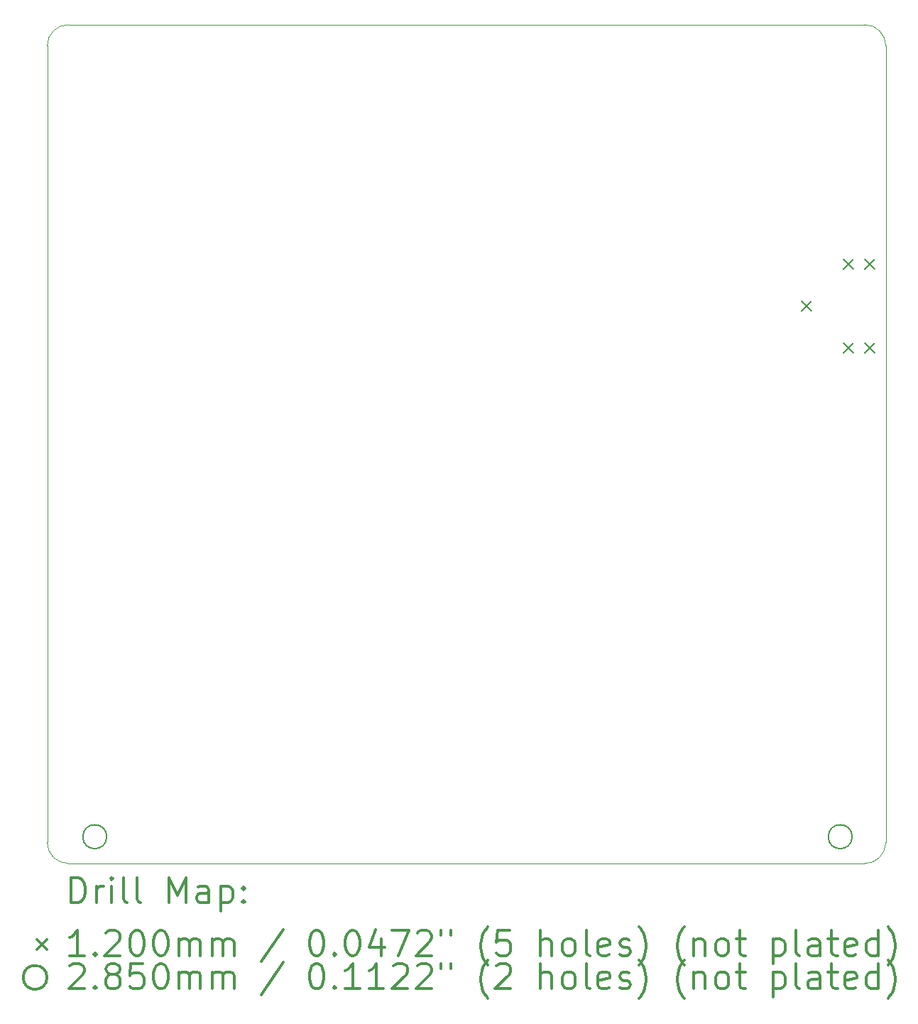
<source format=gbr>
%FSLAX45Y45*%
G04 Gerber Fmt 4.5, Leading zero omitted, Abs format (unit mm)*
G04 Created by KiCad (PCBNEW (5.1.10)-1) date 2021-07-30 10:25:09*
%MOMM*%
%LPD*%
G01*
G04 APERTURE LIST*
%TA.AperFunction,Profile*%
%ADD10C,0.050000*%
%TD*%
%ADD11C,0.200000*%
%ADD12C,0.300000*%
G04 APERTURE END LIST*
D10*
X20000000Y-9000000D02*
X20000000Y-8500000D01*
X20000000Y-8500000D02*
X20000000Y-5250000D01*
X20000000Y-14750000D02*
X20000000Y-9000000D01*
X19750000Y-5000000D02*
G75*
G02*
X20000000Y-5250000I0J-250000D01*
G01*
X10000000Y-5250000D02*
G75*
G02*
X10250000Y-5000000I250000J0D01*
G01*
X10250000Y-15000000D02*
G75*
G02*
X10000000Y-14750000I0J250000D01*
G01*
X20000000Y-14750000D02*
G75*
G02*
X19750000Y-15000000I-250000J0D01*
G01*
X10250000Y-5000000D02*
X19750000Y-5000000D01*
X10000000Y-14750000D02*
X10000000Y-5250000D01*
X19750000Y-15000000D02*
X10250000Y-15000000D01*
D11*
X18996400Y-8296600D02*
X19116400Y-8416600D01*
X19116400Y-8296600D02*
X18996400Y-8416600D01*
X19496400Y-7796600D02*
X19616400Y-7916600D01*
X19616400Y-7796600D02*
X19496400Y-7916600D01*
X19496400Y-8796600D02*
X19616400Y-8916600D01*
X19616400Y-8796600D02*
X19496400Y-8916600D01*
X19746400Y-7796600D02*
X19866400Y-7916600D01*
X19866400Y-7796600D02*
X19746400Y-7916600D01*
X19746400Y-8796600D02*
X19866400Y-8916600D01*
X19866400Y-8796600D02*
X19746400Y-8916600D01*
X10708900Y-14681200D02*
G75*
G03*
X10708900Y-14681200I-142500J0D01*
G01*
X19598900Y-14681200D02*
G75*
G03*
X19598900Y-14681200I-142500J0D01*
G01*
D12*
X10283928Y-15468214D02*
X10283928Y-15168214D01*
X10355357Y-15168214D01*
X10398214Y-15182500D01*
X10426786Y-15211071D01*
X10441071Y-15239643D01*
X10455357Y-15296786D01*
X10455357Y-15339643D01*
X10441071Y-15396786D01*
X10426786Y-15425357D01*
X10398214Y-15453929D01*
X10355357Y-15468214D01*
X10283928Y-15468214D01*
X10583928Y-15468214D02*
X10583928Y-15268214D01*
X10583928Y-15325357D02*
X10598214Y-15296786D01*
X10612500Y-15282500D01*
X10641071Y-15268214D01*
X10669643Y-15268214D01*
X10769643Y-15468214D02*
X10769643Y-15268214D01*
X10769643Y-15168214D02*
X10755357Y-15182500D01*
X10769643Y-15196786D01*
X10783928Y-15182500D01*
X10769643Y-15168214D01*
X10769643Y-15196786D01*
X10955357Y-15468214D02*
X10926786Y-15453929D01*
X10912500Y-15425357D01*
X10912500Y-15168214D01*
X11112500Y-15468214D02*
X11083928Y-15453929D01*
X11069643Y-15425357D01*
X11069643Y-15168214D01*
X11455357Y-15468214D02*
X11455357Y-15168214D01*
X11555357Y-15382500D01*
X11655357Y-15168214D01*
X11655357Y-15468214D01*
X11926786Y-15468214D02*
X11926786Y-15311071D01*
X11912500Y-15282500D01*
X11883928Y-15268214D01*
X11826786Y-15268214D01*
X11798214Y-15282500D01*
X11926786Y-15453929D02*
X11898214Y-15468214D01*
X11826786Y-15468214D01*
X11798214Y-15453929D01*
X11783928Y-15425357D01*
X11783928Y-15396786D01*
X11798214Y-15368214D01*
X11826786Y-15353929D01*
X11898214Y-15353929D01*
X11926786Y-15339643D01*
X12069643Y-15268214D02*
X12069643Y-15568214D01*
X12069643Y-15282500D02*
X12098214Y-15268214D01*
X12155357Y-15268214D01*
X12183928Y-15282500D01*
X12198214Y-15296786D01*
X12212500Y-15325357D01*
X12212500Y-15411071D01*
X12198214Y-15439643D01*
X12183928Y-15453929D01*
X12155357Y-15468214D01*
X12098214Y-15468214D01*
X12069643Y-15453929D01*
X12341071Y-15439643D02*
X12355357Y-15453929D01*
X12341071Y-15468214D01*
X12326786Y-15453929D01*
X12341071Y-15439643D01*
X12341071Y-15468214D01*
X12341071Y-15282500D02*
X12355357Y-15296786D01*
X12341071Y-15311071D01*
X12326786Y-15296786D01*
X12341071Y-15282500D01*
X12341071Y-15311071D01*
X9877500Y-15902500D02*
X9997500Y-16022500D01*
X9997500Y-15902500D02*
X9877500Y-16022500D01*
X10441071Y-16098214D02*
X10269643Y-16098214D01*
X10355357Y-16098214D02*
X10355357Y-15798214D01*
X10326786Y-15841071D01*
X10298214Y-15869643D01*
X10269643Y-15883929D01*
X10569643Y-16069643D02*
X10583928Y-16083929D01*
X10569643Y-16098214D01*
X10555357Y-16083929D01*
X10569643Y-16069643D01*
X10569643Y-16098214D01*
X10698214Y-15826786D02*
X10712500Y-15812500D01*
X10741071Y-15798214D01*
X10812500Y-15798214D01*
X10841071Y-15812500D01*
X10855357Y-15826786D01*
X10869643Y-15855357D01*
X10869643Y-15883929D01*
X10855357Y-15926786D01*
X10683928Y-16098214D01*
X10869643Y-16098214D01*
X11055357Y-15798214D02*
X11083928Y-15798214D01*
X11112500Y-15812500D01*
X11126786Y-15826786D01*
X11141071Y-15855357D01*
X11155357Y-15912500D01*
X11155357Y-15983929D01*
X11141071Y-16041071D01*
X11126786Y-16069643D01*
X11112500Y-16083929D01*
X11083928Y-16098214D01*
X11055357Y-16098214D01*
X11026786Y-16083929D01*
X11012500Y-16069643D01*
X10998214Y-16041071D01*
X10983928Y-15983929D01*
X10983928Y-15912500D01*
X10998214Y-15855357D01*
X11012500Y-15826786D01*
X11026786Y-15812500D01*
X11055357Y-15798214D01*
X11341071Y-15798214D02*
X11369643Y-15798214D01*
X11398214Y-15812500D01*
X11412500Y-15826786D01*
X11426786Y-15855357D01*
X11441071Y-15912500D01*
X11441071Y-15983929D01*
X11426786Y-16041071D01*
X11412500Y-16069643D01*
X11398214Y-16083929D01*
X11369643Y-16098214D01*
X11341071Y-16098214D01*
X11312500Y-16083929D01*
X11298214Y-16069643D01*
X11283928Y-16041071D01*
X11269643Y-15983929D01*
X11269643Y-15912500D01*
X11283928Y-15855357D01*
X11298214Y-15826786D01*
X11312500Y-15812500D01*
X11341071Y-15798214D01*
X11569643Y-16098214D02*
X11569643Y-15898214D01*
X11569643Y-15926786D02*
X11583928Y-15912500D01*
X11612500Y-15898214D01*
X11655357Y-15898214D01*
X11683928Y-15912500D01*
X11698214Y-15941071D01*
X11698214Y-16098214D01*
X11698214Y-15941071D02*
X11712500Y-15912500D01*
X11741071Y-15898214D01*
X11783928Y-15898214D01*
X11812500Y-15912500D01*
X11826786Y-15941071D01*
X11826786Y-16098214D01*
X11969643Y-16098214D02*
X11969643Y-15898214D01*
X11969643Y-15926786D02*
X11983928Y-15912500D01*
X12012500Y-15898214D01*
X12055357Y-15898214D01*
X12083928Y-15912500D01*
X12098214Y-15941071D01*
X12098214Y-16098214D01*
X12098214Y-15941071D02*
X12112500Y-15912500D01*
X12141071Y-15898214D01*
X12183928Y-15898214D01*
X12212500Y-15912500D01*
X12226786Y-15941071D01*
X12226786Y-16098214D01*
X12812500Y-15783929D02*
X12555357Y-16169643D01*
X13198214Y-15798214D02*
X13226786Y-15798214D01*
X13255357Y-15812500D01*
X13269643Y-15826786D01*
X13283928Y-15855357D01*
X13298214Y-15912500D01*
X13298214Y-15983929D01*
X13283928Y-16041071D01*
X13269643Y-16069643D01*
X13255357Y-16083929D01*
X13226786Y-16098214D01*
X13198214Y-16098214D01*
X13169643Y-16083929D01*
X13155357Y-16069643D01*
X13141071Y-16041071D01*
X13126786Y-15983929D01*
X13126786Y-15912500D01*
X13141071Y-15855357D01*
X13155357Y-15826786D01*
X13169643Y-15812500D01*
X13198214Y-15798214D01*
X13426786Y-16069643D02*
X13441071Y-16083929D01*
X13426786Y-16098214D01*
X13412500Y-16083929D01*
X13426786Y-16069643D01*
X13426786Y-16098214D01*
X13626786Y-15798214D02*
X13655357Y-15798214D01*
X13683928Y-15812500D01*
X13698214Y-15826786D01*
X13712500Y-15855357D01*
X13726786Y-15912500D01*
X13726786Y-15983929D01*
X13712500Y-16041071D01*
X13698214Y-16069643D01*
X13683928Y-16083929D01*
X13655357Y-16098214D01*
X13626786Y-16098214D01*
X13598214Y-16083929D01*
X13583928Y-16069643D01*
X13569643Y-16041071D01*
X13555357Y-15983929D01*
X13555357Y-15912500D01*
X13569643Y-15855357D01*
X13583928Y-15826786D01*
X13598214Y-15812500D01*
X13626786Y-15798214D01*
X13983928Y-15898214D02*
X13983928Y-16098214D01*
X13912500Y-15783929D02*
X13841071Y-15998214D01*
X14026786Y-15998214D01*
X14112500Y-15798214D02*
X14312500Y-15798214D01*
X14183928Y-16098214D01*
X14412500Y-15826786D02*
X14426786Y-15812500D01*
X14455357Y-15798214D01*
X14526786Y-15798214D01*
X14555357Y-15812500D01*
X14569643Y-15826786D01*
X14583928Y-15855357D01*
X14583928Y-15883929D01*
X14569643Y-15926786D01*
X14398214Y-16098214D01*
X14583928Y-16098214D01*
X14698214Y-15798214D02*
X14698214Y-15855357D01*
X14812500Y-15798214D02*
X14812500Y-15855357D01*
X15255357Y-16212500D02*
X15241071Y-16198214D01*
X15212500Y-16155357D01*
X15198214Y-16126786D01*
X15183928Y-16083929D01*
X15169643Y-16012500D01*
X15169643Y-15955357D01*
X15183928Y-15883929D01*
X15198214Y-15841071D01*
X15212500Y-15812500D01*
X15241071Y-15769643D01*
X15255357Y-15755357D01*
X15512500Y-15798214D02*
X15369643Y-15798214D01*
X15355357Y-15941071D01*
X15369643Y-15926786D01*
X15398214Y-15912500D01*
X15469643Y-15912500D01*
X15498214Y-15926786D01*
X15512500Y-15941071D01*
X15526786Y-15969643D01*
X15526786Y-16041071D01*
X15512500Y-16069643D01*
X15498214Y-16083929D01*
X15469643Y-16098214D01*
X15398214Y-16098214D01*
X15369643Y-16083929D01*
X15355357Y-16069643D01*
X15883928Y-16098214D02*
X15883928Y-15798214D01*
X16012500Y-16098214D02*
X16012500Y-15941071D01*
X15998214Y-15912500D01*
X15969643Y-15898214D01*
X15926786Y-15898214D01*
X15898214Y-15912500D01*
X15883928Y-15926786D01*
X16198214Y-16098214D02*
X16169643Y-16083929D01*
X16155357Y-16069643D01*
X16141071Y-16041071D01*
X16141071Y-15955357D01*
X16155357Y-15926786D01*
X16169643Y-15912500D01*
X16198214Y-15898214D01*
X16241071Y-15898214D01*
X16269643Y-15912500D01*
X16283928Y-15926786D01*
X16298214Y-15955357D01*
X16298214Y-16041071D01*
X16283928Y-16069643D01*
X16269643Y-16083929D01*
X16241071Y-16098214D01*
X16198214Y-16098214D01*
X16469643Y-16098214D02*
X16441071Y-16083929D01*
X16426786Y-16055357D01*
X16426786Y-15798214D01*
X16698214Y-16083929D02*
X16669643Y-16098214D01*
X16612500Y-16098214D01*
X16583928Y-16083929D01*
X16569643Y-16055357D01*
X16569643Y-15941071D01*
X16583928Y-15912500D01*
X16612500Y-15898214D01*
X16669643Y-15898214D01*
X16698214Y-15912500D01*
X16712500Y-15941071D01*
X16712500Y-15969643D01*
X16569643Y-15998214D01*
X16826786Y-16083929D02*
X16855357Y-16098214D01*
X16912500Y-16098214D01*
X16941071Y-16083929D01*
X16955357Y-16055357D01*
X16955357Y-16041071D01*
X16941071Y-16012500D01*
X16912500Y-15998214D01*
X16869643Y-15998214D01*
X16841071Y-15983929D01*
X16826786Y-15955357D01*
X16826786Y-15941071D01*
X16841071Y-15912500D01*
X16869643Y-15898214D01*
X16912500Y-15898214D01*
X16941071Y-15912500D01*
X17055357Y-16212500D02*
X17069643Y-16198214D01*
X17098214Y-16155357D01*
X17112500Y-16126786D01*
X17126786Y-16083929D01*
X17141071Y-16012500D01*
X17141071Y-15955357D01*
X17126786Y-15883929D01*
X17112500Y-15841071D01*
X17098214Y-15812500D01*
X17069643Y-15769643D01*
X17055357Y-15755357D01*
X17598214Y-16212500D02*
X17583928Y-16198214D01*
X17555357Y-16155357D01*
X17541071Y-16126786D01*
X17526786Y-16083929D01*
X17512500Y-16012500D01*
X17512500Y-15955357D01*
X17526786Y-15883929D01*
X17541071Y-15841071D01*
X17555357Y-15812500D01*
X17583928Y-15769643D01*
X17598214Y-15755357D01*
X17712500Y-15898214D02*
X17712500Y-16098214D01*
X17712500Y-15926786D02*
X17726786Y-15912500D01*
X17755357Y-15898214D01*
X17798214Y-15898214D01*
X17826786Y-15912500D01*
X17841071Y-15941071D01*
X17841071Y-16098214D01*
X18026786Y-16098214D02*
X17998214Y-16083929D01*
X17983928Y-16069643D01*
X17969643Y-16041071D01*
X17969643Y-15955357D01*
X17983928Y-15926786D01*
X17998214Y-15912500D01*
X18026786Y-15898214D01*
X18069643Y-15898214D01*
X18098214Y-15912500D01*
X18112500Y-15926786D01*
X18126786Y-15955357D01*
X18126786Y-16041071D01*
X18112500Y-16069643D01*
X18098214Y-16083929D01*
X18069643Y-16098214D01*
X18026786Y-16098214D01*
X18212500Y-15898214D02*
X18326786Y-15898214D01*
X18255357Y-15798214D02*
X18255357Y-16055357D01*
X18269643Y-16083929D01*
X18298214Y-16098214D01*
X18326786Y-16098214D01*
X18655357Y-15898214D02*
X18655357Y-16198214D01*
X18655357Y-15912500D02*
X18683928Y-15898214D01*
X18741071Y-15898214D01*
X18769643Y-15912500D01*
X18783928Y-15926786D01*
X18798214Y-15955357D01*
X18798214Y-16041071D01*
X18783928Y-16069643D01*
X18769643Y-16083929D01*
X18741071Y-16098214D01*
X18683928Y-16098214D01*
X18655357Y-16083929D01*
X18969643Y-16098214D02*
X18941071Y-16083929D01*
X18926786Y-16055357D01*
X18926786Y-15798214D01*
X19212500Y-16098214D02*
X19212500Y-15941071D01*
X19198214Y-15912500D01*
X19169643Y-15898214D01*
X19112500Y-15898214D01*
X19083928Y-15912500D01*
X19212500Y-16083929D02*
X19183928Y-16098214D01*
X19112500Y-16098214D01*
X19083928Y-16083929D01*
X19069643Y-16055357D01*
X19069643Y-16026786D01*
X19083928Y-15998214D01*
X19112500Y-15983929D01*
X19183928Y-15983929D01*
X19212500Y-15969643D01*
X19312500Y-15898214D02*
X19426786Y-15898214D01*
X19355357Y-15798214D02*
X19355357Y-16055357D01*
X19369643Y-16083929D01*
X19398214Y-16098214D01*
X19426786Y-16098214D01*
X19641071Y-16083929D02*
X19612500Y-16098214D01*
X19555357Y-16098214D01*
X19526786Y-16083929D01*
X19512500Y-16055357D01*
X19512500Y-15941071D01*
X19526786Y-15912500D01*
X19555357Y-15898214D01*
X19612500Y-15898214D01*
X19641071Y-15912500D01*
X19655357Y-15941071D01*
X19655357Y-15969643D01*
X19512500Y-15998214D01*
X19912500Y-16098214D02*
X19912500Y-15798214D01*
X19912500Y-16083929D02*
X19883928Y-16098214D01*
X19826786Y-16098214D01*
X19798214Y-16083929D01*
X19783928Y-16069643D01*
X19769643Y-16041071D01*
X19769643Y-15955357D01*
X19783928Y-15926786D01*
X19798214Y-15912500D01*
X19826786Y-15898214D01*
X19883928Y-15898214D01*
X19912500Y-15912500D01*
X20026786Y-16212500D02*
X20041071Y-16198214D01*
X20069643Y-16155357D01*
X20083928Y-16126786D01*
X20098214Y-16083929D01*
X20112500Y-16012500D01*
X20112500Y-15955357D01*
X20098214Y-15883929D01*
X20083928Y-15841071D01*
X20069643Y-15812500D01*
X20041071Y-15769643D01*
X20026786Y-15755357D01*
X9997500Y-16358500D02*
G75*
G03*
X9997500Y-16358500I-142500J0D01*
G01*
X10269643Y-16222786D02*
X10283928Y-16208500D01*
X10312500Y-16194214D01*
X10383928Y-16194214D01*
X10412500Y-16208500D01*
X10426786Y-16222786D01*
X10441071Y-16251357D01*
X10441071Y-16279929D01*
X10426786Y-16322786D01*
X10255357Y-16494214D01*
X10441071Y-16494214D01*
X10569643Y-16465643D02*
X10583928Y-16479929D01*
X10569643Y-16494214D01*
X10555357Y-16479929D01*
X10569643Y-16465643D01*
X10569643Y-16494214D01*
X10755357Y-16322786D02*
X10726786Y-16308500D01*
X10712500Y-16294214D01*
X10698214Y-16265643D01*
X10698214Y-16251357D01*
X10712500Y-16222786D01*
X10726786Y-16208500D01*
X10755357Y-16194214D01*
X10812500Y-16194214D01*
X10841071Y-16208500D01*
X10855357Y-16222786D01*
X10869643Y-16251357D01*
X10869643Y-16265643D01*
X10855357Y-16294214D01*
X10841071Y-16308500D01*
X10812500Y-16322786D01*
X10755357Y-16322786D01*
X10726786Y-16337071D01*
X10712500Y-16351357D01*
X10698214Y-16379929D01*
X10698214Y-16437071D01*
X10712500Y-16465643D01*
X10726786Y-16479929D01*
X10755357Y-16494214D01*
X10812500Y-16494214D01*
X10841071Y-16479929D01*
X10855357Y-16465643D01*
X10869643Y-16437071D01*
X10869643Y-16379929D01*
X10855357Y-16351357D01*
X10841071Y-16337071D01*
X10812500Y-16322786D01*
X11141071Y-16194214D02*
X10998214Y-16194214D01*
X10983928Y-16337071D01*
X10998214Y-16322786D01*
X11026786Y-16308500D01*
X11098214Y-16308500D01*
X11126786Y-16322786D01*
X11141071Y-16337071D01*
X11155357Y-16365643D01*
X11155357Y-16437071D01*
X11141071Y-16465643D01*
X11126786Y-16479929D01*
X11098214Y-16494214D01*
X11026786Y-16494214D01*
X10998214Y-16479929D01*
X10983928Y-16465643D01*
X11341071Y-16194214D02*
X11369643Y-16194214D01*
X11398214Y-16208500D01*
X11412500Y-16222786D01*
X11426786Y-16251357D01*
X11441071Y-16308500D01*
X11441071Y-16379929D01*
X11426786Y-16437071D01*
X11412500Y-16465643D01*
X11398214Y-16479929D01*
X11369643Y-16494214D01*
X11341071Y-16494214D01*
X11312500Y-16479929D01*
X11298214Y-16465643D01*
X11283928Y-16437071D01*
X11269643Y-16379929D01*
X11269643Y-16308500D01*
X11283928Y-16251357D01*
X11298214Y-16222786D01*
X11312500Y-16208500D01*
X11341071Y-16194214D01*
X11569643Y-16494214D02*
X11569643Y-16294214D01*
X11569643Y-16322786D02*
X11583928Y-16308500D01*
X11612500Y-16294214D01*
X11655357Y-16294214D01*
X11683928Y-16308500D01*
X11698214Y-16337071D01*
X11698214Y-16494214D01*
X11698214Y-16337071D02*
X11712500Y-16308500D01*
X11741071Y-16294214D01*
X11783928Y-16294214D01*
X11812500Y-16308500D01*
X11826786Y-16337071D01*
X11826786Y-16494214D01*
X11969643Y-16494214D02*
X11969643Y-16294214D01*
X11969643Y-16322786D02*
X11983928Y-16308500D01*
X12012500Y-16294214D01*
X12055357Y-16294214D01*
X12083928Y-16308500D01*
X12098214Y-16337071D01*
X12098214Y-16494214D01*
X12098214Y-16337071D02*
X12112500Y-16308500D01*
X12141071Y-16294214D01*
X12183928Y-16294214D01*
X12212500Y-16308500D01*
X12226786Y-16337071D01*
X12226786Y-16494214D01*
X12812500Y-16179929D02*
X12555357Y-16565643D01*
X13198214Y-16194214D02*
X13226786Y-16194214D01*
X13255357Y-16208500D01*
X13269643Y-16222786D01*
X13283928Y-16251357D01*
X13298214Y-16308500D01*
X13298214Y-16379929D01*
X13283928Y-16437071D01*
X13269643Y-16465643D01*
X13255357Y-16479929D01*
X13226786Y-16494214D01*
X13198214Y-16494214D01*
X13169643Y-16479929D01*
X13155357Y-16465643D01*
X13141071Y-16437071D01*
X13126786Y-16379929D01*
X13126786Y-16308500D01*
X13141071Y-16251357D01*
X13155357Y-16222786D01*
X13169643Y-16208500D01*
X13198214Y-16194214D01*
X13426786Y-16465643D02*
X13441071Y-16479929D01*
X13426786Y-16494214D01*
X13412500Y-16479929D01*
X13426786Y-16465643D01*
X13426786Y-16494214D01*
X13726786Y-16494214D02*
X13555357Y-16494214D01*
X13641071Y-16494214D02*
X13641071Y-16194214D01*
X13612500Y-16237071D01*
X13583928Y-16265643D01*
X13555357Y-16279929D01*
X14012500Y-16494214D02*
X13841071Y-16494214D01*
X13926786Y-16494214D02*
X13926786Y-16194214D01*
X13898214Y-16237071D01*
X13869643Y-16265643D01*
X13841071Y-16279929D01*
X14126786Y-16222786D02*
X14141071Y-16208500D01*
X14169643Y-16194214D01*
X14241071Y-16194214D01*
X14269643Y-16208500D01*
X14283928Y-16222786D01*
X14298214Y-16251357D01*
X14298214Y-16279929D01*
X14283928Y-16322786D01*
X14112500Y-16494214D01*
X14298214Y-16494214D01*
X14412500Y-16222786D02*
X14426786Y-16208500D01*
X14455357Y-16194214D01*
X14526786Y-16194214D01*
X14555357Y-16208500D01*
X14569643Y-16222786D01*
X14583928Y-16251357D01*
X14583928Y-16279929D01*
X14569643Y-16322786D01*
X14398214Y-16494214D01*
X14583928Y-16494214D01*
X14698214Y-16194214D02*
X14698214Y-16251357D01*
X14812500Y-16194214D02*
X14812500Y-16251357D01*
X15255357Y-16608500D02*
X15241071Y-16594214D01*
X15212500Y-16551357D01*
X15198214Y-16522786D01*
X15183928Y-16479929D01*
X15169643Y-16408500D01*
X15169643Y-16351357D01*
X15183928Y-16279929D01*
X15198214Y-16237071D01*
X15212500Y-16208500D01*
X15241071Y-16165643D01*
X15255357Y-16151357D01*
X15355357Y-16222786D02*
X15369643Y-16208500D01*
X15398214Y-16194214D01*
X15469643Y-16194214D01*
X15498214Y-16208500D01*
X15512500Y-16222786D01*
X15526786Y-16251357D01*
X15526786Y-16279929D01*
X15512500Y-16322786D01*
X15341071Y-16494214D01*
X15526786Y-16494214D01*
X15883928Y-16494214D02*
X15883928Y-16194214D01*
X16012500Y-16494214D02*
X16012500Y-16337071D01*
X15998214Y-16308500D01*
X15969643Y-16294214D01*
X15926786Y-16294214D01*
X15898214Y-16308500D01*
X15883928Y-16322786D01*
X16198214Y-16494214D02*
X16169643Y-16479929D01*
X16155357Y-16465643D01*
X16141071Y-16437071D01*
X16141071Y-16351357D01*
X16155357Y-16322786D01*
X16169643Y-16308500D01*
X16198214Y-16294214D01*
X16241071Y-16294214D01*
X16269643Y-16308500D01*
X16283928Y-16322786D01*
X16298214Y-16351357D01*
X16298214Y-16437071D01*
X16283928Y-16465643D01*
X16269643Y-16479929D01*
X16241071Y-16494214D01*
X16198214Y-16494214D01*
X16469643Y-16494214D02*
X16441071Y-16479929D01*
X16426786Y-16451357D01*
X16426786Y-16194214D01*
X16698214Y-16479929D02*
X16669643Y-16494214D01*
X16612500Y-16494214D01*
X16583928Y-16479929D01*
X16569643Y-16451357D01*
X16569643Y-16337071D01*
X16583928Y-16308500D01*
X16612500Y-16294214D01*
X16669643Y-16294214D01*
X16698214Y-16308500D01*
X16712500Y-16337071D01*
X16712500Y-16365643D01*
X16569643Y-16394214D01*
X16826786Y-16479929D02*
X16855357Y-16494214D01*
X16912500Y-16494214D01*
X16941071Y-16479929D01*
X16955357Y-16451357D01*
X16955357Y-16437071D01*
X16941071Y-16408500D01*
X16912500Y-16394214D01*
X16869643Y-16394214D01*
X16841071Y-16379929D01*
X16826786Y-16351357D01*
X16826786Y-16337071D01*
X16841071Y-16308500D01*
X16869643Y-16294214D01*
X16912500Y-16294214D01*
X16941071Y-16308500D01*
X17055357Y-16608500D02*
X17069643Y-16594214D01*
X17098214Y-16551357D01*
X17112500Y-16522786D01*
X17126786Y-16479929D01*
X17141071Y-16408500D01*
X17141071Y-16351357D01*
X17126786Y-16279929D01*
X17112500Y-16237071D01*
X17098214Y-16208500D01*
X17069643Y-16165643D01*
X17055357Y-16151357D01*
X17598214Y-16608500D02*
X17583928Y-16594214D01*
X17555357Y-16551357D01*
X17541071Y-16522786D01*
X17526786Y-16479929D01*
X17512500Y-16408500D01*
X17512500Y-16351357D01*
X17526786Y-16279929D01*
X17541071Y-16237071D01*
X17555357Y-16208500D01*
X17583928Y-16165643D01*
X17598214Y-16151357D01*
X17712500Y-16294214D02*
X17712500Y-16494214D01*
X17712500Y-16322786D02*
X17726786Y-16308500D01*
X17755357Y-16294214D01*
X17798214Y-16294214D01*
X17826786Y-16308500D01*
X17841071Y-16337071D01*
X17841071Y-16494214D01*
X18026786Y-16494214D02*
X17998214Y-16479929D01*
X17983928Y-16465643D01*
X17969643Y-16437071D01*
X17969643Y-16351357D01*
X17983928Y-16322786D01*
X17998214Y-16308500D01*
X18026786Y-16294214D01*
X18069643Y-16294214D01*
X18098214Y-16308500D01*
X18112500Y-16322786D01*
X18126786Y-16351357D01*
X18126786Y-16437071D01*
X18112500Y-16465643D01*
X18098214Y-16479929D01*
X18069643Y-16494214D01*
X18026786Y-16494214D01*
X18212500Y-16294214D02*
X18326786Y-16294214D01*
X18255357Y-16194214D02*
X18255357Y-16451357D01*
X18269643Y-16479929D01*
X18298214Y-16494214D01*
X18326786Y-16494214D01*
X18655357Y-16294214D02*
X18655357Y-16594214D01*
X18655357Y-16308500D02*
X18683928Y-16294214D01*
X18741071Y-16294214D01*
X18769643Y-16308500D01*
X18783928Y-16322786D01*
X18798214Y-16351357D01*
X18798214Y-16437071D01*
X18783928Y-16465643D01*
X18769643Y-16479929D01*
X18741071Y-16494214D01*
X18683928Y-16494214D01*
X18655357Y-16479929D01*
X18969643Y-16494214D02*
X18941071Y-16479929D01*
X18926786Y-16451357D01*
X18926786Y-16194214D01*
X19212500Y-16494214D02*
X19212500Y-16337071D01*
X19198214Y-16308500D01*
X19169643Y-16294214D01*
X19112500Y-16294214D01*
X19083928Y-16308500D01*
X19212500Y-16479929D02*
X19183928Y-16494214D01*
X19112500Y-16494214D01*
X19083928Y-16479929D01*
X19069643Y-16451357D01*
X19069643Y-16422786D01*
X19083928Y-16394214D01*
X19112500Y-16379929D01*
X19183928Y-16379929D01*
X19212500Y-16365643D01*
X19312500Y-16294214D02*
X19426786Y-16294214D01*
X19355357Y-16194214D02*
X19355357Y-16451357D01*
X19369643Y-16479929D01*
X19398214Y-16494214D01*
X19426786Y-16494214D01*
X19641071Y-16479929D02*
X19612500Y-16494214D01*
X19555357Y-16494214D01*
X19526786Y-16479929D01*
X19512500Y-16451357D01*
X19512500Y-16337071D01*
X19526786Y-16308500D01*
X19555357Y-16294214D01*
X19612500Y-16294214D01*
X19641071Y-16308500D01*
X19655357Y-16337071D01*
X19655357Y-16365643D01*
X19512500Y-16394214D01*
X19912500Y-16494214D02*
X19912500Y-16194214D01*
X19912500Y-16479929D02*
X19883928Y-16494214D01*
X19826786Y-16494214D01*
X19798214Y-16479929D01*
X19783928Y-16465643D01*
X19769643Y-16437071D01*
X19769643Y-16351357D01*
X19783928Y-16322786D01*
X19798214Y-16308500D01*
X19826786Y-16294214D01*
X19883928Y-16294214D01*
X19912500Y-16308500D01*
X20026786Y-16608500D02*
X20041071Y-16594214D01*
X20069643Y-16551357D01*
X20083928Y-16522786D01*
X20098214Y-16479929D01*
X20112500Y-16408500D01*
X20112500Y-16351357D01*
X20098214Y-16279929D01*
X20083928Y-16237071D01*
X20069643Y-16208500D01*
X20041071Y-16165643D01*
X20026786Y-16151357D01*
M02*

</source>
